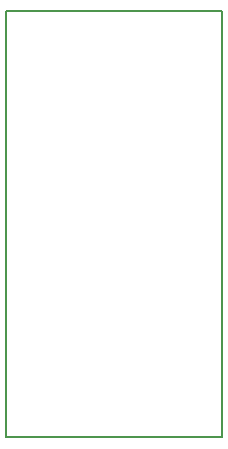
<source format=gm1>
G04 #@! TF.GenerationSoftware,KiCad,Pcbnew,(5.1.2-1)-1*
G04 #@! TF.CreationDate,2019-06-26T00:29:29-04:00*
G04 #@! TF.ProjectId,GW28R8128,47573238-5238-4313-9238-2e6b69636164,rev?*
G04 #@! TF.SameCoordinates,Original*
G04 #@! TF.FileFunction,Profile,NP*
%FSLAX46Y46*%
G04 Gerber Fmt 4.6, Leading zero omitted, Abs format (unit mm)*
G04 Created by KiCad (PCBNEW (5.1.2-1)-1) date 2019-06-26 00:29:29*
%MOMM*%
%LPD*%
G04 APERTURE LIST*
%ADD10C,0.150000*%
G04 APERTURE END LIST*
D10*
X39116000Y-54864000D02*
X39116000Y-18796000D01*
X57404000Y-54864000D02*
X39116000Y-54864000D01*
X57404000Y-18796000D02*
X57404000Y-54864000D01*
X39116000Y-18796000D02*
X57404000Y-18796000D01*
M02*

</source>
